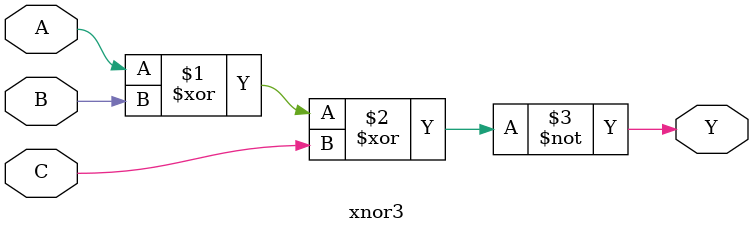
<source format=v>
module xnor3( A, Y, B, C ) ;
	input A, B, C ;
	output Y ;
	assign Y = ~(A^B^C) ;
endmodule


</source>
